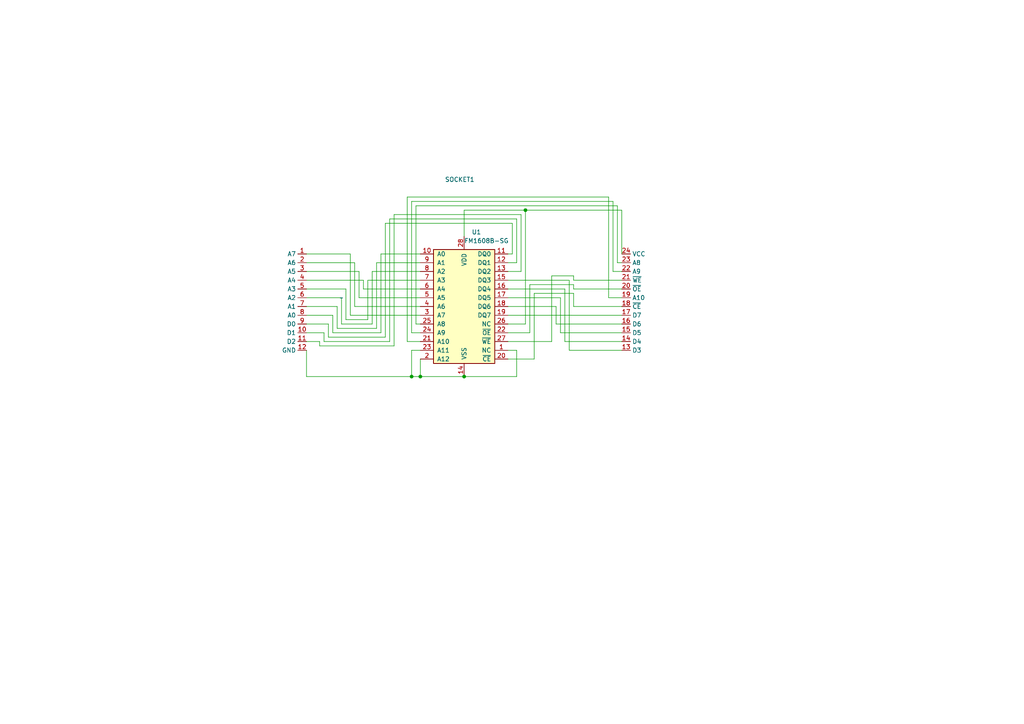
<source format=kicad_sch>
(kicad_sch
	(version 20231120)
	(generator "eeschema")
	(generator_version "8.0")
	(uuid "d13e09fd-2b3f-403c-bbb6-2ee05370011d")
	(paper "A4")
	(lib_symbols
		(symbol "Memory_NVRAM:FM1608B-SG"
			(pin_names
				(offset 1.016)
			)
			(exclude_from_sim no)
			(in_bom yes)
			(on_board yes)
			(property "Reference" "U2"
				(at 2.1941 21.59 0)
				(effects
					(font
						(size 1.27 1.27)
					)
					(justify left)
				)
			)
			(property "Value" "FM1608B-SG"
				(at 2.1941 19.05 0)
				(effects
					(font
						(size 1.27 1.27)
					)
					(justify left)
				)
			)
			(property "Footprint" "Package_SO:SOIC-28W_7.5x17.9mm_P1.27mm"
				(at 0 0 0)
				(effects
					(font
						(size 1.27 1.27)
					)
					(hide yes)
				)
			)
			(property "Datasheet" "http://www.cypress.com/file/41731/download"
				(at 0 0 0)
				(effects
					(font
						(size 1.27 1.27)
					)
					(hide yes)
				)
			)
			(property "Description" "64Kb FRAM nonvolatile memory, SOIC-28"
				(at 0 0 0)
				(effects
					(font
						(size 1.27 1.27)
					)
					(hide yes)
				)
			)
			(property "ki_keywords" "FRAM 5V Parallel"
				(at 0 0 0)
				(effects
					(font
						(size 1.27 1.27)
					)
					(hide yes)
				)
			)
			(property "ki_fp_filters" "SOIC?28*7.5x17.9mm*P1.27mm*"
				(at 0 0 0)
				(effects
					(font
						(size 1.27 1.27)
					)
					(hide yes)
				)
			)
			(symbol "FM1608B-SG_0_1"
				(rectangle
					(start -8.89 16.51)
					(end 8.89 -16.51)
					(stroke
						(width 0.254)
						(type default)
					)
					(fill
						(type background)
					)
				)
			)
			(symbol "FM1608B-SG_1_1"
				(pin bidirectional line
					(at 12.7 -12.7 180)
					(length 3.81)
					(name "NC"
						(effects
							(font
								(size 1.27 1.27)
							)
						)
					)
					(number "1"
						(effects
							(font
								(size 1.27 1.27)
							)
						)
					)
				)
				(pin input line
					(at -12.7 15.24 0)
					(length 3.81)
					(name "A0"
						(effects
							(font
								(size 1.27 1.27)
							)
						)
					)
					(number "10"
						(effects
							(font
								(size 1.27 1.27)
							)
						)
					)
				)
				(pin bidirectional line
					(at 12.7 15.24 180)
					(length 3.81)
					(name "DQ0"
						(effects
							(font
								(size 1.27 1.27)
							)
						)
					)
					(number "11"
						(effects
							(font
								(size 1.27 1.27)
							)
						)
					)
				)
				(pin bidirectional line
					(at 12.7 12.7 180)
					(length 3.81)
					(name "DQ1"
						(effects
							(font
								(size 1.27 1.27)
							)
						)
					)
					(number "12"
						(effects
							(font
								(size 1.27 1.27)
							)
						)
					)
				)
				(pin bidirectional line
					(at 12.7 10.16 180)
					(length 3.81)
					(name "DQ2"
						(effects
							(font
								(size 1.27 1.27)
							)
						)
					)
					(number "13"
						(effects
							(font
								(size 1.27 1.27)
							)
						)
					)
				)
				(pin power_in line
					(at 0 -20.32 90)
					(length 3.81)
					(name "VSS"
						(effects
							(font
								(size 1.27 1.27)
							)
						)
					)
					(number "14"
						(effects
							(font
								(size 1.27 1.27)
							)
						)
					)
				)
				(pin bidirectional line
					(at 12.7 7.62 180)
					(length 3.81)
					(name "DQ3"
						(effects
							(font
								(size 1.27 1.27)
							)
						)
					)
					(number "15"
						(effects
							(font
								(size 1.27 1.27)
							)
						)
					)
				)
				(pin bidirectional line
					(at 12.7 5.08 180)
					(length 3.81)
					(name "DQ4"
						(effects
							(font
								(size 1.27 1.27)
							)
						)
					)
					(number "16"
						(effects
							(font
								(size 1.27 1.27)
							)
						)
					)
				)
				(pin bidirectional line
					(at 12.7 2.54 180)
					(length 3.81)
					(name "DQ5"
						(effects
							(font
								(size 1.27 1.27)
							)
						)
					)
					(number "17"
						(effects
							(font
								(size 1.27 1.27)
							)
						)
					)
				)
				(pin bidirectional line
					(at 12.7 0 180)
					(length 3.81)
					(name "DQ6"
						(effects
							(font
								(size 1.27 1.27)
							)
						)
					)
					(number "18"
						(effects
							(font
								(size 1.27 1.27)
							)
						)
					)
				)
				(pin bidirectional line
					(at 12.7 -2.54 180)
					(length 3.81)
					(name "DQ7"
						(effects
							(font
								(size 1.27 1.27)
							)
						)
					)
					(number "19"
						(effects
							(font
								(size 1.27 1.27)
							)
						)
					)
				)
				(pin input line
					(at -12.7 -15.24 0)
					(length 3.81)
					(name "A12"
						(effects
							(font
								(size 1.27 1.27)
							)
						)
					)
					(number "2"
						(effects
							(font
								(size 1.27 1.27)
							)
						)
					)
				)
				(pin input line
					(at 12.7 -15.24 180)
					(length 3.81)
					(name "~{CE}"
						(effects
							(font
								(size 1.27 1.27)
							)
						)
					)
					(number "20"
						(effects
							(font
								(size 1.27 1.27)
							)
						)
					)
				)
				(pin input line
					(at -12.7 -10.16 0)
					(length 3.81)
					(name "A10"
						(effects
							(font
								(size 1.27 1.27)
							)
						)
					)
					(number "21"
						(effects
							(font
								(size 1.27 1.27)
							)
						)
					)
				)
				(pin input line
					(at 12.7 -7.62 180)
					(length 3.81)
					(name "~{OE}"
						(effects
							(font
								(size 1.27 1.27)
							)
						)
					)
					(number "22"
						(effects
							(font
								(size 1.27 1.27)
							)
						)
					)
				)
				(pin input line
					(at -12.7 -12.7 0)
					(length 3.81)
					(name "A11"
						(effects
							(font
								(size 1.27 1.27)
							)
						)
					)
					(number "23"
						(effects
							(font
								(size 1.27 1.27)
							)
						)
					)
				)
				(pin input line
					(at -12.7 -7.62 0)
					(length 3.81)
					(name "A9"
						(effects
							(font
								(size 1.27 1.27)
							)
						)
					)
					(number "24"
						(effects
							(font
								(size 1.27 1.27)
							)
						)
					)
				)
				(pin input line
					(at -12.7 -5.08 0)
					(length 3.81)
					(name "A8"
						(effects
							(font
								(size 1.27 1.27)
							)
						)
					)
					(number "25"
						(effects
							(font
								(size 1.27 1.27)
							)
						)
					)
				)
				(pin bidirectional line
					(at 12.7 -5.08 180)
					(length 3.81)
					(name "NC"
						(effects
							(font
								(size 1.27 1.27)
							)
						)
					)
					(number "26"
						(effects
							(font
								(size 1.27 1.27)
							)
						)
					)
				)
				(pin input line
					(at 12.7 -10.16 180)
					(length 3.81)
					(name "~{WE}"
						(effects
							(font
								(size 1.27 1.27)
							)
						)
					)
					(number "27"
						(effects
							(font
								(size 1.27 1.27)
							)
						)
					)
				)
				(pin power_in line
					(at 0 20.32 270)
					(length 3.81)
					(name "VDD"
						(effects
							(font
								(size 1.27 1.27)
							)
						)
					)
					(number "28"
						(effects
							(font
								(size 1.27 1.27)
							)
						)
					)
				)
				(pin input line
					(at -12.7 -2.54 0)
					(length 3.81)
					(name "A7"
						(effects
							(font
								(size 1.27 1.27)
							)
						)
					)
					(number "3"
						(effects
							(font
								(size 1.27 1.27)
							)
						)
					)
				)
				(pin input line
					(at -12.7 0 0)
					(length 3.81)
					(name "A6"
						(effects
							(font
								(size 1.27 1.27)
							)
						)
					)
					(number "4"
						(effects
							(font
								(size 1.27 1.27)
							)
						)
					)
				)
				(pin input line
					(at -12.7 2.54 0)
					(length 3.81)
					(name "A5"
						(effects
							(font
								(size 1.27 1.27)
							)
						)
					)
					(number "5"
						(effects
							(font
								(size 1.27 1.27)
							)
						)
					)
				)
				(pin input line
					(at -12.7 5.08 0)
					(length 3.81)
					(name "A4"
						(effects
							(font
								(size 1.27 1.27)
							)
						)
					)
					(number "6"
						(effects
							(font
								(size 1.27 1.27)
							)
						)
					)
				)
				(pin input line
					(at -12.7 7.62 0)
					(length 3.81)
					(name "A3"
						(effects
							(font
								(size 1.27 1.27)
							)
						)
					)
					(number "7"
						(effects
							(font
								(size 1.27 1.27)
							)
						)
					)
				)
				(pin input line
					(at -12.7 10.16 0)
					(length 3.81)
					(name "A2"
						(effects
							(font
								(size 1.27 1.27)
							)
						)
					)
					(number "8"
						(effects
							(font
								(size 1.27 1.27)
							)
						)
					)
				)
				(pin input line
					(at -12.7 12.7 0)
					(length 3.81)
					(name "A1"
						(effects
							(font
								(size 1.27 1.27)
							)
						)
					)
					(number "9"
						(effects
							(font
								(size 1.27 1.27)
							)
						)
					)
				)
			)
		)
		(symbol "_IanJ_24pinICsocket0.6mm:24pin_IC_socket_0.6mm"
			(exclude_from_sim no)
			(in_bom yes)
			(on_board yes)
			(property "Reference" "SOCKET1"
				(at 34.29 34.29 0)
				(effects
					(font
						(size 1.27 1.27)
					)
				)
			)
			(property "Value" "~"
				(at 0 0 0)
				(effects
					(font
						(size 1.27 1.27)
					)
				)
			)
			(property "Footprint" "Package_DIP:DIP-24_W15.24mm_Socket"
				(at 34.925 30.48 0)
				(effects
					(font
						(size 1.27 1.27)
					)
					(hide yes)
				)
			)
			(property "Datasheet" ""
				(at 0 0 0)
				(effects
					(font
						(size 1.27 1.27)
					)
					(hide yes)
				)
			)
			(property "Description" ""
				(at 0 0 0)
				(effects
					(font
						(size 1.27 1.27)
					)
					(hide yes)
				)
			)
			(symbol "24pin_IC_socket_0.6mm_1_1"
				(pin input line
					(at -10.16 12.7 180)
					(length 2.54)
					(name "A7"
						(effects
							(font
								(size 1.27 1.27)
							)
						)
					)
					(number "1"
						(effects
							(font
								(size 1.27 1.27)
							)
						)
					)
				)
				(pin input line
					(at -10.16 -10.16 180)
					(length 2.54)
					(name "D1"
						(effects
							(font
								(size 1.27 1.27)
							)
						)
					)
					(number "10"
						(effects
							(font
								(size 1.27 1.27)
							)
						)
					)
				)
				(pin input line
					(at -10.16 -12.7 180)
					(length 2.54)
					(name "D2"
						(effects
							(font
								(size 1.27 1.27)
							)
						)
					)
					(number "11"
						(effects
							(font
								(size 1.27 1.27)
							)
						)
					)
				)
				(pin input line
					(at -10.16 -15.24 180)
					(length 2.54)
					(name "GND"
						(effects
							(font
								(size 1.27 1.27)
							)
						)
					)
					(number "12"
						(effects
							(font
								(size 1.27 1.27)
							)
						)
					)
				)
				(pin input line
					(at 81.28 -15.24 0)
					(length 2.54)
					(name "D3"
						(effects
							(font
								(size 1.27 1.27)
							)
						)
					)
					(number "13"
						(effects
							(font
								(size 1.27 1.27)
							)
						)
					)
				)
				(pin input line
					(at 81.28 -12.7 0)
					(length 2.54)
					(name "D4"
						(effects
							(font
								(size 1.27 1.27)
							)
						)
					)
					(number "14"
						(effects
							(font
								(size 1.27 1.27)
							)
						)
					)
				)
				(pin input line
					(at 81.28 -10.16 0)
					(length 2.54)
					(name "D5"
						(effects
							(font
								(size 1.27 1.27)
							)
						)
					)
					(number "15"
						(effects
							(font
								(size 1.27 1.27)
							)
						)
					)
				)
				(pin input line
					(at 81.28 -7.62 0)
					(length 2.54)
					(name "D6"
						(effects
							(font
								(size 1.27 1.27)
							)
						)
					)
					(number "16"
						(effects
							(font
								(size 1.27 1.27)
							)
						)
					)
				)
				(pin input line
					(at 81.28 -5.08 0)
					(length 2.54)
					(name "D7"
						(effects
							(font
								(size 1.27 1.27)
							)
						)
					)
					(number "17"
						(effects
							(font
								(size 1.27 1.27)
							)
						)
					)
				)
				(pin input line
					(at 81.28 -2.54 0)
					(length 2.54)
					(name "~{CE}"
						(effects
							(font
								(size 1.27 1.27)
							)
						)
					)
					(number "18"
						(effects
							(font
								(size 1.27 1.27)
							)
						)
					)
				)
				(pin input line
					(at 81.28 0 0)
					(length 2.54)
					(name "A10"
						(effects
							(font
								(size 1.27 1.27)
							)
						)
					)
					(number "19"
						(effects
							(font
								(size 1.27 1.27)
							)
						)
					)
				)
				(pin input line
					(at -10.16 10.16 180)
					(length 2.54)
					(name "A6"
						(effects
							(font
								(size 1.27 1.27)
							)
						)
					)
					(number "2"
						(effects
							(font
								(size 1.27 1.27)
							)
						)
					)
				)
				(pin input line
					(at 81.28 2.54 0)
					(length 2.54)
					(name "~{OE}"
						(effects
							(font
								(size 1.27 1.27)
							)
						)
					)
					(number "20"
						(effects
							(font
								(size 1.27 1.27)
							)
						)
					)
				)
				(pin input line
					(at 81.28 5.08 0)
					(length 2.54)
					(name "~{WE}"
						(effects
							(font
								(size 1.27 1.27)
							)
						)
					)
					(number "21"
						(effects
							(font
								(size 1.27 1.27)
							)
						)
					)
				)
				(pin input line
					(at 81.28 7.62 0)
					(length 2.54)
					(name "A9"
						(effects
							(font
								(size 1.27 1.27)
							)
						)
					)
					(number "22"
						(effects
							(font
								(size 1.27 1.27)
							)
						)
					)
				)
				(pin input line
					(at 81.28 10.16 0)
					(length 2.54)
					(name "A8"
						(effects
							(font
								(size 1.27 1.27)
							)
						)
					)
					(number "23"
						(effects
							(font
								(size 1.27 1.27)
							)
						)
					)
				)
				(pin input line
					(at 81.28 12.7 0)
					(length 2.54)
					(name "VCC"
						(effects
							(font
								(size 1.27 1.27)
							)
						)
					)
					(number "24"
						(effects
							(font
								(size 1.27 1.27)
							)
						)
					)
				)
				(pin input line
					(at -10.16 7.62 180)
					(length 2.54)
					(name "A5"
						(effects
							(font
								(size 1.27 1.27)
							)
						)
					)
					(number "3"
						(effects
							(font
								(size 1.27 1.27)
							)
						)
					)
				)
				(pin input line
					(at -10.16 5.08 180)
					(length 2.54)
					(name "A4"
						(effects
							(font
								(size 1.27 1.27)
							)
						)
					)
					(number "4"
						(effects
							(font
								(size 1.27 1.27)
							)
						)
					)
				)
				(pin input line
					(at -10.16 2.54 180)
					(length 2.54)
					(name "A3"
						(effects
							(font
								(size 1.27 1.27)
							)
						)
					)
					(number "5"
						(effects
							(font
								(size 1.27 1.27)
							)
						)
					)
				)
				(pin input line
					(at -10.16 0 180)
					(length 2.54)
					(name "A2"
						(effects
							(font
								(size 1.27 1.27)
							)
						)
					)
					(number "6"
						(effects
							(font
								(size 1.27 1.27)
							)
						)
					)
				)
				(pin input line
					(at -10.16 -2.54 180)
					(length 2.54)
					(name "A1"
						(effects
							(font
								(size 1.27 1.27)
							)
						)
					)
					(number "7"
						(effects
							(font
								(size 1.27 1.27)
							)
						)
					)
				)
				(pin input line
					(at -10.16 -5.08 180)
					(length 2.54)
					(name "A0"
						(effects
							(font
								(size 1.27 1.27)
							)
						)
					)
					(number "8"
						(effects
							(font
								(size 1.27 1.27)
							)
						)
					)
				)
				(pin input line
					(at -10.16 -7.62 180)
					(length 2.54)
					(name "D0"
						(effects
							(font
								(size 1.27 1.27)
							)
						)
					)
					(number "9"
						(effects
							(font
								(size 1.27 1.27)
							)
						)
					)
				)
			)
		)
	)
	(junction
		(at 134.62 109.22)
		(diameter 0)
		(color 0 0 0 0)
		(uuid "2e2c10e1-c34c-423c-9266-74a9a08eff9f")
	)
	(junction
		(at 152.4 60.96)
		(diameter 0)
		(color 0 0 0 0)
		(uuid "bd6962b7-48cb-4b61-b9ea-4cf02aefab1e")
	)
	(junction
		(at 121.92 109.22)
		(diameter 0)
		(color 0 0 0 0)
		(uuid "bf7079a7-6af1-4df9-9331-8999ad85687a")
	)
	(junction
		(at 119.38 109.22)
		(diameter 0)
		(color 0 0 0 0)
		(uuid "c2601310-cfe2-40f9-b428-5b7542cbf465")
	)
	(wire
		(pts
			(xy 110.49 73.66) (xy 110.49 96.52)
		)
		(stroke
			(width 0)
			(type default)
		)
		(uuid "02e78a2a-fbe1-4699-87b7-f12968a85e78")
	)
	(wire
		(pts
			(xy 147.32 93.98) (xy 152.4 93.98)
		)
		(stroke
			(width 0)
			(type default)
		)
		(uuid "0a7e7793-d8eb-4c09-80ea-f97fee4d4c3f")
	)
	(wire
		(pts
			(xy 102.87 88.9) (xy 121.92 88.9)
		)
		(stroke
			(width 0)
			(type default)
		)
		(uuid "0a934a5d-18c1-47da-a7f7-fba4c025b014")
	)
	(wire
		(pts
			(xy 104.14 78.74) (xy 88.9 78.74)
		)
		(stroke
			(width 0)
			(type default)
		)
		(uuid "0c29b7b5-4fc7-49ab-a17e-b46024ba4b19")
	)
	(wire
		(pts
			(xy 147.32 83.82) (xy 163.83 83.82)
		)
		(stroke
			(width 0)
			(type default)
		)
		(uuid "0c52ce14-d440-4d6b-b0de-c8ad9177de33")
	)
	(wire
		(pts
			(xy 104.14 86.36) (xy 104.14 78.74)
		)
		(stroke
			(width 0)
			(type default)
		)
		(uuid "0f744307-179c-44a2-95fd-3d23440aad2d")
	)
	(wire
		(pts
			(xy 107.95 93.98) (xy 99.06 93.98)
		)
		(stroke
			(width 0)
			(type default)
		)
		(uuid "102ecf29-b308-4b9d-a268-2d6ca83d84c4")
	)
	(wire
		(pts
			(xy 97.79 95.25) (xy 97.79 88.9)
		)
		(stroke
			(width 0)
			(type default)
		)
		(uuid "11f40109-28bb-4138-8f08-e9db6ee1522f")
	)
	(wire
		(pts
			(xy 148.59 73.66) (xy 148.59 64.77)
		)
		(stroke
			(width 0)
			(type default)
		)
		(uuid "146703b3-3dc0-49b2-a403-2758ec46c4a0")
	)
	(wire
		(pts
			(xy 161.29 88.9) (xy 161.29 93.98)
		)
		(stroke
			(width 0)
			(type default)
		)
		(uuid "152d4b5f-4909-4c68-bda6-4f37d93da9f5")
	)
	(wire
		(pts
			(xy 163.83 83.82) (xy 163.83 99.06)
		)
		(stroke
			(width 0)
			(type default)
		)
		(uuid "1f912187-5a3f-4292-95f9-62678c11df4f")
	)
	(wire
		(pts
			(xy 121.92 96.52) (xy 119.38 96.52)
		)
		(stroke
			(width 0)
			(type default)
		)
		(uuid "20c256be-1ae2-4270-9713-a8a0ba68b9e1")
	)
	(wire
		(pts
			(xy 163.83 99.06) (xy 180.34 99.06)
		)
		(stroke
			(width 0)
			(type default)
		)
		(uuid "220a55c5-2549-418d-a45d-443b66261bfd")
	)
	(wire
		(pts
			(xy 176.53 86.36) (xy 180.34 86.36)
		)
		(stroke
			(width 0)
			(type default)
		)
		(uuid "288954ab-280a-4116-b92d-0efb87d3f2a8")
	)
	(wire
		(pts
			(xy 88.9 88.9) (xy 97.79 88.9)
		)
		(stroke
			(width 0)
			(type default)
		)
		(uuid "28e17d26-9422-42c5-8d26-2a8218666db8")
	)
	(wire
		(pts
			(xy 119.38 58.42) (xy 177.8 58.42)
		)
		(stroke
			(width 0)
			(type default)
		)
		(uuid "2d974d87-d3fa-46a0-b7f9-41fa38204e38")
	)
	(wire
		(pts
			(xy 147.32 91.44) (xy 180.34 91.44)
		)
		(stroke
			(width 0)
			(type default)
		)
		(uuid "2ee4cc64-a397-425d-af31-62194c6c3f87")
	)
	(wire
		(pts
			(xy 180.34 60.96) (xy 180.34 73.66)
		)
		(stroke
			(width 0)
			(type default)
		)
		(uuid "306f0251-14b4-48d3-919e-e97190a40231")
	)
	(wire
		(pts
			(xy 147.32 78.74) (xy 151.13 78.74)
		)
		(stroke
			(width 0)
			(type default)
		)
		(uuid "30b63b08-c71e-47f5-bc0a-5f08a5b14e27")
	)
	(wire
		(pts
			(xy 161.29 93.98) (xy 180.34 93.98)
		)
		(stroke
			(width 0)
			(type default)
		)
		(uuid "30fd2dfc-5a23-44ea-b0c6-5968d3997621")
	)
	(wire
		(pts
			(xy 121.92 104.14) (xy 121.92 109.22)
		)
		(stroke
			(width 0)
			(type default)
		)
		(uuid "31fbce45-bdc4-4d9e-988d-d17eb32db7cc")
	)
	(wire
		(pts
			(xy 93.98 99.06) (xy 93.98 96.52)
		)
		(stroke
			(width 0)
			(type default)
		)
		(uuid "33b9fe54-3adf-418e-a4c9-ec3dfd432677")
	)
	(wire
		(pts
			(xy 147.32 76.2) (xy 149.86 76.2)
		)
		(stroke
			(width 0)
			(type default)
		)
		(uuid "38f5c5de-b471-4279-82a2-a9bdaf93105f")
	)
	(wire
		(pts
			(xy 151.13 62.23) (xy 114.3 62.23)
		)
		(stroke
			(width 0)
			(type default)
		)
		(uuid "3c880bb1-a7b5-48a0-a65b-d2da4e243ed2")
	)
	(wire
		(pts
			(xy 88.9 93.98) (xy 95.25 93.98)
		)
		(stroke
			(width 0)
			(type default)
		)
		(uuid "40c6190c-3cc3-4ac1-9062-b9ccceaa3793")
	)
	(wire
		(pts
			(xy 166.37 82.55) (xy 166.37 83.82)
		)
		(stroke
			(width 0)
			(type default)
		)
		(uuid "45c7ce37-03ca-4eb3-bb8c-9f7072eadc78")
	)
	(wire
		(pts
			(xy 147.32 81.28) (xy 165.1 81.28)
		)
		(stroke
			(width 0)
			(type default)
		)
		(uuid "48b4a32b-e6ff-46f4-9c87-66cb972265d8")
	)
	(wire
		(pts
			(xy 105.41 81.28) (xy 88.9 81.28)
		)
		(stroke
			(width 0)
			(type default)
		)
		(uuid "4b80c41c-426e-4f89-8da1-4e6db11bad0d")
	)
	(wire
		(pts
			(xy 147.32 96.52) (xy 153.67 96.52)
		)
		(stroke
			(width 0)
			(type default)
		)
		(uuid "4d94728a-c1f9-41a8-a126-91610c9095e5")
	)
	(wire
		(pts
			(xy 149.86 76.2) (xy 149.86 63.5)
		)
		(stroke
			(width 0)
			(type default)
		)
		(uuid "4f8a421b-7731-46f0-8dbf-6513516deca6")
	)
	(wire
		(pts
			(xy 88.9 86.36) (xy 99.06 86.36)
		)
		(stroke
			(width 0)
			(type default)
		)
		(uuid "5261652d-4400-4dba-babb-2afd6d680f18")
	)
	(wire
		(pts
			(xy 111.76 64.77) (xy 111.76 97.79)
		)
		(stroke
			(width 0)
			(type default)
		)
		(uuid "542cf569-d835-469e-ac89-b4af6324669a")
	)
	(wire
		(pts
			(xy 105.41 83.82) (xy 105.41 81.28)
		)
		(stroke
			(width 0)
			(type default)
		)
		(uuid "56871008-5c32-4c41-b94c-1524debe0e06")
	)
	(wire
		(pts
			(xy 114.3 62.23) (xy 114.3 100.33)
		)
		(stroke
			(width 0)
			(type default)
		)
		(uuid "57b2be49-a7cc-4858-aa73-258928e2d9b5")
	)
	(wire
		(pts
			(xy 165.1 81.28) (xy 165.1 101.6)
		)
		(stroke
			(width 0)
			(type default)
		)
		(uuid "5a3ad97b-4367-4609-8e5e-4c85dc09d431")
	)
	(wire
		(pts
			(xy 166.37 80.01) (xy 166.37 81.28)
		)
		(stroke
			(width 0)
			(type default)
		)
		(uuid "5badd702-0330-421b-9fdf-c27d1e8b1a42")
	)
	(wire
		(pts
			(xy 119.38 96.52) (xy 119.38 58.42)
		)
		(stroke
			(width 0)
			(type default)
		)
		(uuid "5ef912a7-7f89-4f9c-9d35-4e17163a5e29")
	)
	(wire
		(pts
			(xy 152.4 60.96) (xy 180.34 60.96)
		)
		(stroke
			(width 0)
			(type default)
		)
		(uuid "5fa397ec-1a1d-46bc-9459-8b6f3f12fa22")
	)
	(wire
		(pts
			(xy 107.95 78.74) (xy 121.92 78.74)
		)
		(stroke
			(width 0)
			(type default)
		)
		(uuid "60787b75-2409-4ac4-9536-66b637b5d19b")
	)
	(wire
		(pts
			(xy 120.65 59.69) (xy 179.07 59.69)
		)
		(stroke
			(width 0)
			(type default)
		)
		(uuid "62910399-3582-4a8d-82fb-7d8329dd7260")
	)
	(wire
		(pts
			(xy 109.22 95.25) (xy 97.79 95.25)
		)
		(stroke
			(width 0)
			(type default)
		)
		(uuid "653aff97-1906-441e-ab6d-858d2ed3e17e")
	)
	(wire
		(pts
			(xy 106.68 92.71) (xy 100.33 92.71)
		)
		(stroke
			(width 0)
			(type default)
		)
		(uuid "653c5095-9810-4340-8186-ed1bde5d6486")
	)
	(wire
		(pts
			(xy 121.92 101.6) (xy 119.38 101.6)
		)
		(stroke
			(width 0)
			(type default)
		)
		(uuid "660d50d3-691f-43cc-a966-0a5f223e72d9")
	)
	(wire
		(pts
			(xy 121.92 109.22) (xy 134.62 109.22)
		)
		(stroke
			(width 0)
			(type default)
		)
		(uuid "6a78d68f-a0da-4883-bed2-1b646be81b7e")
	)
	(wire
		(pts
			(xy 106.68 81.28) (xy 121.92 81.28)
		)
		(stroke
			(width 0)
			(type default)
		)
		(uuid "6ca88305-3115-4b4a-86d0-b1276eefe00a")
	)
	(wire
		(pts
			(xy 147.32 86.36) (xy 162.56 86.36)
		)
		(stroke
			(width 0)
			(type default)
		)
		(uuid "6d6b9047-deaf-487f-a0c3-92f48e103e11")
	)
	(wire
		(pts
			(xy 165.1 101.6) (xy 180.34 101.6)
		)
		(stroke
			(width 0)
			(type default)
		)
		(uuid "6e5880b2-81ba-498b-815e-27f6b8396585")
	)
	(wire
		(pts
			(xy 88.9 73.66) (xy 101.6 73.66)
		)
		(stroke
			(width 0)
			(type default)
		)
		(uuid "6f462eab-6651-46ee-84be-726da6da51c6")
	)
	(wire
		(pts
			(xy 118.11 57.15) (xy 176.53 57.15)
		)
		(stroke
			(width 0)
			(type default)
		)
		(uuid "710d6f3c-d87a-4d4a-bea2-3721b10e33bc")
	)
	(wire
		(pts
			(xy 166.37 88.9) (xy 180.34 88.9)
		)
		(stroke
			(width 0)
			(type default)
		)
		(uuid "714580cb-3ad9-4bb4-ac54-c709cbfd14d2")
	)
	(wire
		(pts
			(xy 162.56 96.52) (xy 180.34 96.52)
		)
		(stroke
			(width 0)
			(type default)
		)
		(uuid "766aae28-4572-4525-b0f6-7bcca6f5bb2b")
	)
	(wire
		(pts
			(xy 102.87 76.2) (xy 88.9 76.2)
		)
		(stroke
			(width 0)
			(type default)
		)
		(uuid "76bb5e1a-595b-4bb2-ae3c-c5cead2e280c")
	)
	(wire
		(pts
			(xy 110.49 96.52) (xy 96.52 96.52)
		)
		(stroke
			(width 0)
			(type default)
		)
		(uuid "76e3d169-e119-4a4c-a16a-77bf0c7611d6")
	)
	(wire
		(pts
			(xy 154.94 85.09) (xy 154.94 104.14)
		)
		(stroke
			(width 0)
			(type default)
		)
		(uuid "799af781-a38b-4f8b-928c-989aac968d6f")
	)
	(wire
		(pts
			(xy 102.87 88.9) (xy 102.87 76.2)
		)
		(stroke
			(width 0)
			(type default)
		)
		(uuid "7aff7521-f46f-4ac5-85cf-599b8c7388b4")
	)
	(wire
		(pts
			(xy 148.59 64.77) (xy 111.76 64.77)
		)
		(stroke
			(width 0)
			(type default)
		)
		(uuid "8492a8c3-811f-4ccb-8d2b-a05913d061bd")
	)
	(wire
		(pts
			(xy 149.86 109.22) (xy 149.86 101.6)
		)
		(stroke
			(width 0)
			(type default)
		)
		(uuid "88d76862-130c-416b-964c-08a8b4a0e5de")
	)
	(wire
		(pts
			(xy 134.62 109.22) (xy 149.86 109.22)
		)
		(stroke
			(width 0)
			(type default)
		)
		(uuid "8a01d9b1-de94-4f48-9c9b-fe677f01e15c")
	)
	(wire
		(pts
			(xy 92.71 100.33) (xy 92.71 99.06)
		)
		(stroke
			(width 0)
			(type default)
		)
		(uuid "8a4facf7-dec5-427b-b16c-671d04cb27e1")
	)
	(wire
		(pts
			(xy 147.32 88.9) (xy 161.29 88.9)
		)
		(stroke
			(width 0)
			(type default)
		)
		(uuid "8cf93cbb-cbfb-4ca7-bcfb-758f9aef9b00")
	)
	(wire
		(pts
			(xy 134.62 68.58) (xy 134.62 60.96)
		)
		(stroke
			(width 0)
			(type default)
		)
		(uuid "8e531c72-2ccc-4ce7-a8df-dbe86ff9e5bd")
	)
	(wire
		(pts
			(xy 121.92 99.06) (xy 118.11 99.06)
		)
		(stroke
			(width 0)
			(type default)
		)
		(uuid "917d19e0-20db-42b6-8c1f-3afb90dec4e2")
	)
	(wire
		(pts
			(xy 88.9 101.6) (xy 88.9 109.22)
		)
		(stroke
			(width 0)
			(type default)
		)
		(uuid "9764656e-dfe9-4586-a576-c084afcaa540")
	)
	(wire
		(pts
			(xy 107.95 78.74) (xy 107.95 93.98)
		)
		(stroke
			(width 0)
			(type default)
		)
		(uuid "986a7c3a-6311-4bbf-9874-2a0c4bd39a1a")
	)
	(wire
		(pts
			(xy 99.06 93.98) (xy 99.06 86.36)
		)
		(stroke
			(width 0)
			(type default)
		)
		(uuid "99c16cb8-8c06-4b13-a989-db63fbf5007b")
	)
	(wire
		(pts
			(xy 153.67 96.52) (xy 153.67 82.55)
		)
		(stroke
			(width 0)
			(type default)
		)
		(uuid "9af9be96-4e66-40e8-b6e0-22ee17fc9ea2")
	)
	(wire
		(pts
			(xy 106.68 81.28) (xy 106.68 92.71)
		)
		(stroke
			(width 0)
			(type default)
		)
		(uuid "9c583d99-732c-4dcc-bb14-658845562504")
	)
	(wire
		(pts
			(xy 147.32 104.14) (xy 154.94 104.14)
		)
		(stroke
			(width 0)
			(type default)
		)
		(uuid "a48ea16e-d8b5-4a6a-9cbf-55267ae9ca19")
	)
	(wire
		(pts
			(xy 119.38 101.6) (xy 119.38 109.22)
		)
		(stroke
			(width 0)
			(type default)
		)
		(uuid "a5e1594d-ecc5-4393-9ba4-9458ecd57c06")
	)
	(wire
		(pts
			(xy 152.4 60.96) (xy 152.4 93.98)
		)
		(stroke
			(width 0)
			(type default)
		)
		(uuid "a6922600-cf31-4404-9a9c-b608698bdcd3")
	)
	(wire
		(pts
			(xy 113.03 63.5) (xy 113.03 99.06)
		)
		(stroke
			(width 0)
			(type default)
		)
		(uuid "a7d0f248-2e43-48c2-b79f-49f0f087bfe4")
	)
	(wire
		(pts
			(xy 120.65 93.98) (xy 120.65 59.69)
		)
		(stroke
			(width 0)
			(type default)
		)
		(uuid "a98719b2-8b3b-4304-9b50-71fd5f985f34")
	)
	(wire
		(pts
			(xy 101.6 91.44) (xy 101.6 73.66)
		)
		(stroke
			(width 0)
			(type default)
		)
		(uuid "aa237c2b-4dff-4040-acb4-f727caa2c037")
	)
	(wire
		(pts
			(xy 96.52 96.52) (xy 96.52 91.44)
		)
		(stroke
			(width 0)
			(type default)
		)
		(uuid "ab395f7b-e2b8-4876-863f-e419720ccda8")
	)
	(wire
		(pts
			(xy 88.9 91.44) (xy 96.52 91.44)
		)
		(stroke
			(width 0)
			(type default)
		)
		(uuid "ad7c906e-2cec-4b48-a455-8211506eafa5")
	)
	(wire
		(pts
			(xy 177.8 58.42) (xy 177.8 78.74)
		)
		(stroke
			(width 0)
			(type default)
		)
		(uuid "ae525b98-7d0a-4310-9ec5-b9117b7a49a5")
	)
	(wire
		(pts
			(xy 179.07 76.2) (xy 180.34 76.2)
		)
		(stroke
			(width 0)
			(type default)
		)
		(uuid "b4bd987c-a7a2-44d9-9023-01c81ebbcc5f")
	)
	(wire
		(pts
			(xy 101.6 91.44) (xy 121.92 91.44)
		)
		(stroke
			(width 0)
			(type default)
		)
		(uuid "b53ab41b-b7e7-4f52-9709-3703cb30f506")
	)
	(wire
		(pts
			(xy 147.32 73.66) (xy 148.59 73.66)
		)
		(stroke
			(width 0)
			(type default)
		)
		(uuid "b657eb12-1af2-485b-9b13-a9fd9f2b7239")
	)
	(wire
		(pts
			(xy 134.62 60.96) (xy 152.4 60.96)
		)
		(stroke
			(width 0)
			(type default)
		)
		(uuid "b95467ff-cf4e-431a-a866-1cadcf9937a0")
	)
	(wire
		(pts
			(xy 147.32 99.06) (xy 160.02 99.06)
		)
		(stroke
			(width 0)
			(type default)
		)
		(uuid "ba203d76-16af-46e4-9968-697887ef1c42")
	)
	(wire
		(pts
			(xy 111.76 97.79) (xy 95.25 97.79)
		)
		(stroke
			(width 0)
			(type default)
		)
		(uuid "bd2aa208-4ec7-4984-a455-511a54d3bcc5")
	)
	(wire
		(pts
			(xy 160.02 80.01) (xy 166.37 80.01)
		)
		(stroke
			(width 0)
			(type default)
		)
		(uuid "be22aac1-2f1a-456e-be4e-10c7dacdad28")
	)
	(wire
		(pts
			(xy 154.94 85.09) (xy 166.37 85.09)
		)
		(stroke
			(width 0)
			(type default)
		)
		(uuid "c2549f4d-d1c7-484a-a0ae-a1d750c2b381")
	)
	(wire
		(pts
			(xy 160.02 99.06) (xy 160.02 80.01)
		)
		(stroke
			(width 0)
			(type default)
		)
		(uuid "c6049238-2675-4d4e-9be2-d899328a2444")
	)
	(wire
		(pts
			(xy 151.13 78.74) (xy 151.13 62.23)
		)
		(stroke
			(width 0)
			(type default)
		)
		(uuid "c7a5f027-1a44-493b-8e9e-9bd0019df8aa")
	)
	(wire
		(pts
			(xy 162.56 86.36) (xy 162.56 96.52)
		)
		(stroke
			(width 0)
			(type default)
		)
		(uuid "caa95bca-8285-4467-bcb3-36c45b5f5bfd")
	)
	(wire
		(pts
			(xy 179.07 59.69) (xy 179.07 76.2)
		)
		(stroke
			(width 0)
			(type default)
		)
		(uuid "cdf8248b-8956-4d9e-a9ac-b7fab75f0245")
	)
	(wire
		(pts
			(xy 119.38 109.22) (xy 88.9 109.22)
		)
		(stroke
			(width 0)
			(type default)
		)
		(uuid "cfacaa3a-47d2-44fb-9ea2-68ab4f136672")
	)
	(wire
		(pts
			(xy 100.33 92.71) (xy 100.33 83.82)
		)
		(stroke
			(width 0)
			(type default)
		)
		(uuid "d0f260b7-93b3-477e-8a28-9270c5241d61")
	)
	(wire
		(pts
			(xy 177.8 78.74) (xy 180.34 78.74)
		)
		(stroke
			(width 0)
			(type default)
		)
		(uuid "d3097c72-c349-49b4-8801-9db65d2f007d")
	)
	(wire
		(pts
			(xy 118.11 99.06) (xy 118.11 57.15)
		)
		(stroke
			(width 0)
			(type default)
		)
		(uuid "d4e1bd0b-7b28-4a40-988c-7665ddd5826a")
	)
	(wire
		(pts
			(xy 113.03 99.06) (xy 93.98 99.06)
		)
		(stroke
			(width 0)
			(type default)
		)
		(uuid "d5a631a6-81f7-4ef5-9d2f-f0958eb5cf67")
	)
	(wire
		(pts
			(xy 176.53 57.15) (xy 176.53 86.36)
		)
		(stroke
			(width 0)
			(type default)
		)
		(uuid "d5b1b34f-e1d5-4365-98d0-96c7f300530d")
	)
	(wire
		(pts
			(xy 88.9 96.52) (xy 93.98 96.52)
		)
		(stroke
			(width 0)
			(type default)
		)
		(uuid "d7c5c4e4-b833-46c5-bbfc-cee113d8f2f7")
	)
	(wire
		(pts
			(xy 109.22 76.2) (xy 109.22 95.25)
		)
		(stroke
			(width 0)
			(type default)
		)
		(uuid "d8dc8f38-17e9-4e85-a289-021d3c706f6e")
	)
	(wire
		(pts
			(xy 153.67 82.55) (xy 166.37 82.55)
		)
		(stroke
			(width 0)
			(type default)
		)
		(uuid "d9ddce2f-5ba3-4c66-aef2-e04c775f7676")
	)
	(wire
		(pts
			(xy 147.32 101.6) (xy 149.86 101.6)
		)
		(stroke
			(width 0)
			(type default)
		)
		(uuid "d9f5affc-383e-4f05-ac1d-71993b7e21ca")
	)
	(wire
		(pts
			(xy 121.92 93.98) (xy 120.65 93.98)
		)
		(stroke
			(width 0)
			(type default)
		)
		(uuid "da3db47e-54bf-4d5a-b893-d57e9662d3f5")
	)
	(wire
		(pts
			(xy 95.25 97.79) (xy 95.25 93.98)
		)
		(stroke
			(width 0)
			(type default)
		)
		(uuid "db80c4db-28e1-4571-88c5-95a9e2446bd4")
	)
	(wire
		(pts
			(xy 166.37 81.28) (xy 180.34 81.28)
		)
		(stroke
			(width 0)
			(type default)
		)
		(uuid "dff643f0-04b6-4509-b25a-f8208fdeee38")
	)
	(wire
		(pts
			(xy 121.92 109.22) (xy 119.38 109.22)
		)
		(stroke
			(width 0)
			(type default)
		)
		(uuid "e00f435a-558b-480c-bf4b-1c88582cf03d")
	)
	(wire
		(pts
			(xy 109.22 76.2) (xy 121.92 76.2)
		)
		(stroke
			(width 0)
			(type default)
		)
		(uuid "e6367e8b-abe5-429e-a8d4-b9a8bcec873d")
	)
	(wire
		(pts
			(xy 166.37 85.09) (xy 166.37 88.9)
		)
		(stroke
			(width 0)
			(type default)
		)
		(uuid "e8861217-38b9-44d2-ab94-8ccea6faeea0")
	)
	(wire
		(pts
			(xy 88.9 99.06) (xy 92.71 99.06)
		)
		(stroke
			(width 0)
			(type default)
		)
		(uuid "edc6e5e0-d834-4d1e-9ebd-95a6e520e655")
	)
	(wire
		(pts
			(xy 105.41 83.82) (xy 121.92 83.82)
		)
		(stroke
			(width 0)
			(type default)
		)
		(uuid "efc10f5e-4388-433b-a49c-8a5c53cc0a4a")
	)
	(wire
		(pts
			(xy 88.9 83.82) (xy 100.33 83.82)
		)
		(stroke
			(width 0)
			(type default)
		)
		(uuid "efebffe3-e795-4df3-8c6b-1fe6df8b0794")
	)
	(wire
		(pts
			(xy 166.37 83.82) (xy 180.34 83.82)
		)
		(stroke
			(width 0)
			(type default)
		)
		(uuid "f4516089-48b6-4234-9860-4fd615372b76")
	)
	(wire
		(pts
			(xy 114.3 100.33) (xy 92.71 100.33)
		)
		(stroke
			(width 0)
			(type default)
		)
		(uuid "f6ec3472-0609-49e7-95fe-6eb0ed3f0625")
	)
	(wire
		(pts
			(xy 104.14 86.36) (xy 121.92 86.36)
		)
		(stroke
			(width 0)
			(type default)
		)
		(uuid "fadc1731-b557-4d8c-89f2-d04d2acf8872")
	)
	(wire
		(pts
			(xy 149.86 63.5) (xy 113.03 63.5)
		)
		(stroke
			(width 0)
			(type default)
		)
		(uuid "fc4d804a-5588-49d7-ac0e-07ebdc133980")
	)
	(wire
		(pts
			(xy 110.49 73.66) (xy 121.92 73.66)
		)
		(stroke
			(width 0)
			(type default)
		)
		(uuid "fcca1342-b0a6-4ed5-b8e7-4a28b971d440")
	)
	(symbol
		(lib_id "Memory_NVRAM:FM1608B-SG")
		(at 134.62 88.9 0)
		(unit 1)
		(exclude_from_sim no)
		(in_bom yes)
		(on_board yes)
		(dnp no)
		(uuid "1300224e-67a4-44d5-a9d1-777405bff470")
		(property "Reference" "U1"
			(at 136.8141 67.31 0)
			(effects
				(font
					(size 1.27 1.27)
				)
				(justify left)
			)
		)
		(property "Value" "FM1608B-SG"
			(at 134.62 69.85 0)
			(effects
				(font
					(size 1.27 1.27)
				)
				(justify left)
			)
		)
		(property "Footprint" "Package_DIP:DIP-28_W15.24mm"
			(at 134.62 88.9 0)
			(effects
				(font
					(size 1.27 1.27)
				)
				(hide yes)
			)
		)
		(property "Datasheet" "http://www.cypress.com/file/41731/download"
			(at 134.62 88.9 0)
			(effects
				(font
					(size 1.27 1.27)
				)
				(hide yes)
			)
		)
		(property "Description" ""
			(at 134.62 88.9 0)
			(effects
				(font
					(size 1.27 1.27)
				)
				(hide yes)
			)
		)
		(pin "1"
			(uuid "13ca6df5-3793-4bd2-b4a7-b8c13badb886")
		)
		(pin "10"
			(uuid "9ea78fb3-7268-4b13-82dd-519c80d279bf")
		)
		(pin "11"
			(uuid "5cef3ac8-6225-43d0-a1ff-07693630fc97")
		)
		(pin "12"
			(uuid "d08ae377-8384-4143-a45c-6fd0baa48a8c")
		)
		(pin "13"
			(uuid "8beb9589-409c-45cd-8606-043132efd486")
		)
		(pin "14"
			(uuid "32947e0b-9863-4c1d-8a66-cb9d2f6888a6")
		)
		(pin "15"
			(uuid "958ebfcd-f3b5-4ae9-82d5-6daf78afeec4")
		)
		(pin "16"
			(uuid "df875d86-1c60-47ee-8a73-7f6c846c8f44")
		)
		(pin "17"
			(uuid "539f7437-7e8f-4d31-abd7-fc9182319df3")
		)
		(pin "18"
			(uuid "617050fe-ea31-4858-b193-2834e9202090")
		)
		(pin "19"
			(uuid "c4796be2-691a-4665-9a09-1f6ba566ed13")
		)
		(pin "2"
			(uuid "5367354c-f10d-4dfa-af3d-1c65d04e602e")
		)
		(pin "20"
			(uuid "48a1bf9b-94ea-467f-8149-d951b58a75ad")
		)
		(pin "21"
			(uuid "6ba77e4a-697f-46ee-9823-f71e7c7cb4db")
		)
		(pin "22"
			(uuid "7c476980-89a2-4f27-b0c4-bb63aef0c31c")
		)
		(pin "23"
			(uuid "79b4c09d-2d79-4f56-89c1-02148b097cf4")
		)
		(pin "24"
			(uuid "7e655394-08de-4f76-b81b-1e6dced09d7a")
		)
		(pin "25"
			(uuid "17c1346a-f108-43e4-97c8-1060752d7d31")
		)
		(pin "26"
			(uuid "e072193d-8d0b-409f-9d0d-cdc5a16cbdcb")
		)
		(pin "27"
			(uuid "19d30585-fb89-4ca1-b366-93f0d22a83e8")
		)
		(pin "28"
			(uuid "63dcea04-a4df-4acc-9619-146949edf72d")
		)
		(pin "3"
			(uuid "0db3acee-9b15-47d9-8c7d-0dfb07baaa52")
		)
		(pin "4"
			(uuid "f247c612-0937-45c3-bc30-cb92ff12bcb9")
		)
		(pin "5"
			(uuid "590ad5a9-2bfa-4b9c-89d5-19b75894f1a3")
		)
		(pin "6"
			(uuid "5ca82560-0910-4d46-9a89-c54845c64fa9")
		)
		(pin "7"
			(uuid "4f6f54bc-6920-4eb2-b935-8a22f1ed3a7e")
		)
		(pin "8"
			(uuid "315332b1-35c3-4119-bbc2-140adcf6a3a4")
		)
		(pin "9"
			(uuid "1efde25b-85b6-43fa-8d8c-0719f53c0e76")
		)
		(instances
			(project "FM1608-3458A-AdaptorV1.0"
				(path "/d13e09fd-2b3f-403c-bbb6-2ee05370011d"
					(reference "U1")
					(unit 1)
				)
			)
		)
	)
	(symbol
		(lib_id "_IanJ_24pinICsocket0.6mm:24pin_IC_socket_0.6mm")
		(at 99.06 86.36 0)
		(unit 1)
		(exclude_from_sim no)
		(in_bom yes)
		(on_board yes)
		(dnp no)
		(uuid "46b57f7d-a781-40ac-ad0b-db181357fe35")
		(property "Reference" "SOCKET1"
			(at 133.35 52.07 0)
			(effects
				(font
					(size 1.27 1.27)
				)
			)
		)
		(property "Value" "~"
			(at 99.06 86.36 0)
			(effects
				(font
					(size 1.27 1.27)
				)
			)
		)
		(property "Footprint" "Package_DIP:DIP-24_W15.24mm_Socket"
			(at 133.985 55.88 0)
			(effects
				(font
					(size 1.27 1.27)
				)
				(hide yes)
			)
		)
		(property "Datasheet" ""
			(at 99.06 86.36 0)
			(effects
				(font
					(size 1.27 1.27)
				)
				(hide yes)
			)
		)
		(property "Description" ""
			(at 99.06 86.36 0)
			(effects
				(font
					(size 1.27 1.27)
				)
				(hide yes)
			)
		)
		(pin "1"
			(uuid "db7b8787-1c28-4c71-8b79-06183f79e920")
		)
		(pin "10"
			(uuid "1eead891-4449-4725-8513-a540c48ec35e")
		)
		(pin "11"
			(uuid "faeb16c8-d919-425d-b767-7563045fe663")
		)
		(pin "12"
			(uuid "10b217cf-fe45-480b-8382-95422ad35368")
		)
		(pin "13"
			(uuid "35305278-b8fc-448a-b7c0-290f7e387503")
		)
		(pin "14"
			(uuid "b2602bf0-41ee-4298-a44a-4ec553338427")
		)
		(pin "15"
			(uuid "1014ea82-0b51-46d3-906e-bce31eb2f8be")
		)
		(pin "16"
			(uuid "57239e21-bf31-4c59-aeba-7b016b5f8593")
		)
		(pin "17"
			(uuid "58bbfe8f-135e-44bf-9f11-4e349618200b")
		)
		(pin "18"
			(uuid "4ed13b38-f60f-45e4-ac1d-5dea4deb1160")
		)
		(pin "19"
			(uuid "c679658a-882a-470b-b37f-bd7f8a8ca34c")
		)
		(pin "2"
			(uuid "4704edfa-e2ad-47b6-8bb0-cbd82bf30592")
		)
		(pin "20"
			(uuid "ac5f04cc-4f51-44a3-a198-14453bdab570")
		)
		(pin "21"
			(uuid "6154a0d2-ae1c-4fab-9edc-bfc17892a34b")
		)
		(pin "22"
			(uuid "360de938-a3eb-43c5-bc7b-75e20f7759ba")
		)
		(pin "23"
			(uuid "291210eb-0074-4e79-acb3-a9662e90f9ba")
		)
		(pin "24"
			(uuid "4bebff27-4a82-42c3-8a18-b794b714218b")
		)
		(pin "3"
			(uuid "269719e9-e780-4c58-bc31-951d684546be")
		)
		(pin "4"
			(uuid "c31adbf9-1e88-4dff-a794-e2108dd79e42")
		)
		(pin "5"
			(uuid "ca4e1941-be5f-423f-acf4-528a913f3c25")
		)
		(pin "6"
			(uuid "c28a1b72-1e6c-42e1-b61e-653bc4062e7f")
		)
		(pin "7"
			(uuid "e3e48067-0a89-45d7-a5d3-e476970d810c")
		)
		(pin "8"
			(uuid "44356b46-2f3d-4f27-bea2-071c947c04a2")
		)
		(pin "9"
			(uuid "ed134c94-c50e-45db-9ff5-8df030f7821b")
		)
		(instances
			(project "FM1608-3458A-AdaptorV1.0"
				(path "/d13e09fd-2b3f-403c-bbb6-2ee05370011d"
					(reference "SOCKET1")
					(unit 1)
				)
			)
		)
	)
	(sheet_instances
		(path "/"
			(page "1")
		)
	)
)

</source>
